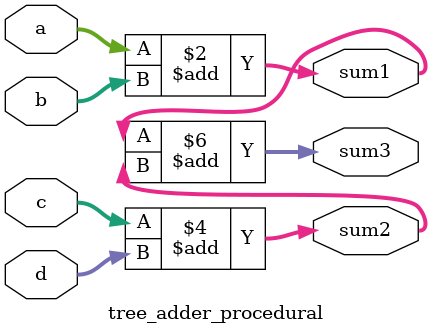
<source format=v>
module tree_adder_procedural(
	input [3:0] a,
	input [3:0] b,
	input [7:0] c,
	input [7:0] d,
	output reg [4:0] sum1,
	output reg [8:0] sum2,
	output reg [9:0] sum3

);

	//the order of the assignments is not important
	always @(a or b) begin
		sum1 = a + b;
	end
	
	always @(c or d) begin
		sum2 = c + d;
	end
	
	//best practice control list
	//any change in RHS propagates to LHS
	always @(*) begin
		sum3 = sum1 + sum2;
	end
endmodule

</source>
